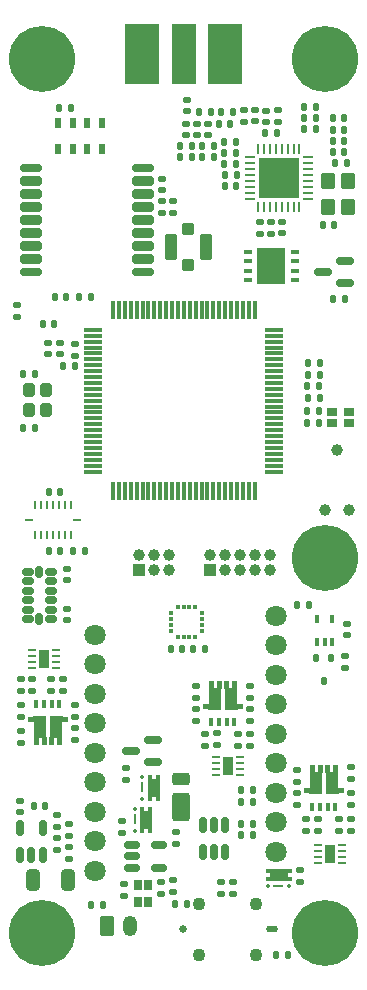
<source format=gbr>
%TF.GenerationSoftware,KiCad,Pcbnew,9.0.1*%
%TF.CreationDate,2025-10-28T21:34:47-04:00*%
%TF.ProjectId,OshTelemega,4f736854-656c-4656-9d65-67612e6b6963,rev?*%
%TF.SameCoordinates,Original*%
%TF.FileFunction,Soldermask,Bot*%
%TF.FilePolarity,Negative*%
%FSLAX46Y46*%
G04 Gerber Fmt 4.6, Leading zero omitted, Abs format (unit mm)*
G04 Created by KiCad (PCBNEW 9.0.1) date 2025-10-28 21:34:47*
%MOMM*%
%LPD*%
G01*
G04 APERTURE LIST*
G04 Aperture macros list*
%AMRoundRect*
0 Rectangle with rounded corners*
0 $1 Rounding radius*
0 $2 $3 $4 $5 $6 $7 $8 $9 X,Y pos of 4 corners*
0 Add a 4 corners polygon primitive as box body*
4,1,4,$2,$3,$4,$5,$6,$7,$8,$9,$2,$3,0*
0 Add four circle primitives for the rounded corners*
1,1,$1+$1,$2,$3*
1,1,$1+$1,$4,$5*
1,1,$1+$1,$6,$7*
1,1,$1+$1,$8,$9*
0 Add four rect primitives between the rounded corners*
20,1,$1+$1,$2,$3,$4,$5,0*
20,1,$1+$1,$4,$5,$6,$7,0*
20,1,$1+$1,$6,$7,$8,$9,0*
20,1,$1+$1,$8,$9,$2,$3,0*%
%AMFreePoly0*
4,1,15,1.100000,0.175000,0.750000,0.175000,0.750000,-0.175000,1.100000,-0.175000,1.100000,-0.475000,0.750000,-0.475000,-0.750000,-0.475000,-1.100000,-0.475000,-1.100000,-0.175000,-0.750000,-0.175000,-0.750000,0.175000,-1.100000,0.175000,-1.100000,0.475000,1.100000,0.475000,1.100000,0.175000,1.100000,0.175000,$1*%
%AMFreePoly1*
4,1,17,1.515000,0.170000,0.915000,0.170000,0.915000,-0.080000,1.515000,-0.080000,1.515000,-0.480000,0.915000,-0.480000,0.915000,-0.505000,-0.395000,-0.505000,-0.395000,-1.005000,-0.825000,-1.005000,-0.825000,-0.625000,-0.915000,-0.625000,-0.915000,0.505000,0.815000,0.505000,0.815000,0.570000,1.515000,0.570000,1.515000,0.170000,1.515000,0.170000,$1*%
%AMFreePoly2*
4,1,17,-0.395000,0.505000,0.915000,0.505000,0.915000,0.480000,1.515000,0.480000,1.515000,0.080000,0.915000,0.080000,0.915000,-0.170000,1.515000,-0.170000,1.515000,-0.570000,0.815000,-0.570000,0.815000,-0.505000,-0.915000,-0.505000,-0.915000,0.625000,-0.825000,0.625000,-0.825000,1.005000,-0.395000,1.005000,-0.395000,0.505000,-0.395000,0.505000,$1*%
G04 Aperture macros list end*
%ADD10C,1.800000*%
%ADD11C,5.600000*%
%ADD12RoundRect,0.250000X-0.350000X-0.625000X0.350000X-0.625000X0.350000X0.625000X-0.350000X0.625000X0*%
%ADD13O,1.200000X1.750000*%
%ADD14C,0.660000*%
%ADD15O,1.000000X0.580000*%
%ADD16C,1.100000*%
%ADD17R,1.000000X1.000000*%
%ADD18C,1.000000*%
%ADD19C,0.990600*%
%ADD20RoundRect,0.135000X0.185000X-0.135000X0.185000X0.135000X-0.185000X0.135000X-0.185000X-0.135000X0*%
%ADD21RoundRect,0.150000X0.587500X0.150000X-0.587500X0.150000X-0.587500X-0.150000X0.587500X-0.150000X0*%
%ADD22RoundRect,0.140000X-0.170000X0.140000X-0.170000X-0.140000X0.170000X-0.140000X0.170000X0.140000X0*%
%ADD23RoundRect,0.135000X-0.135000X-0.185000X0.135000X-0.185000X0.135000X0.185000X-0.135000X0.185000X0*%
%ADD24RoundRect,0.135000X0.135000X0.185000X-0.135000X0.185000X-0.135000X-0.185000X0.135000X-0.185000X0*%
%ADD25RoundRect,0.140000X-0.140000X-0.170000X0.140000X-0.170000X0.140000X0.170000X-0.140000X0.170000X0*%
%ADD26RoundRect,0.135000X-0.185000X0.135000X-0.185000X-0.135000X0.185000X-0.135000X0.185000X0.135000X0*%
%ADD27RoundRect,0.250000X-0.500000X0.950000X-0.500000X-0.950000X0.500000X-0.950000X0.500000X0.950000X0*%
%ADD28RoundRect,0.250000X-0.500000X0.275000X-0.500000X-0.275000X0.500000X-0.275000X0.500000X0.275000X0*%
%ADD29RoundRect,0.147500X-0.172500X0.147500X-0.172500X-0.147500X0.172500X-0.147500X0.172500X0.147500X0*%
%ADD30RoundRect,0.112500X-0.112500X-0.237500X0.112500X-0.237500X0.112500X0.237500X-0.112500X0.237500X0*%
%ADD31RoundRect,0.140000X0.140000X0.170000X-0.140000X0.170000X-0.140000X-0.170000X0.140000X-0.170000X0*%
%ADD32R,2.000000X5.140000*%
%ADD33R,3.000000X5.140000*%
%ADD34RoundRect,0.140000X0.170000X-0.140000X0.170000X0.140000X-0.170000X0.140000X-0.170000X-0.140000X0*%
%ADD35RoundRect,0.147500X0.147500X0.172500X-0.147500X0.172500X-0.147500X-0.172500X0.147500X-0.172500X0*%
%ADD36R,0.550000X0.950000*%
%ADD37RoundRect,0.100000X0.100000X-0.225000X0.100000X0.225000X-0.100000X0.225000X-0.100000X-0.225000X0*%
%ADD38RoundRect,0.062500X0.062500X-0.375000X0.062500X0.375000X-0.062500X0.375000X-0.062500X-0.375000X0*%
%ADD39RoundRect,0.062500X0.375000X-0.062500X0.375000X0.062500X-0.375000X0.062500X-0.375000X-0.062500X0*%
%ADD40R,3.450000X3.450000*%
%ADD41RoundRect,0.150000X-0.512500X-0.150000X0.512500X-0.150000X0.512500X0.150000X-0.512500X0.150000X0*%
%ADD42RoundRect,0.147500X0.172500X-0.147500X0.172500X0.147500X-0.172500X0.147500X-0.172500X-0.147500X0*%
%ADD43FreePoly0,90.000000*%
%ADD44RoundRect,0.075000X0.075000X-0.100000X0.075000X0.100000X-0.075000X0.100000X-0.075000X-0.100000X0*%
%ADD45RoundRect,0.058750X0.058750X-0.376250X0.058750X0.376250X-0.058750X0.376250X-0.058750X-0.376250X0*%
%ADD46RoundRect,0.250000X0.250000X-0.325000X0.250000X0.325000X-0.250000X0.325000X-0.250000X-0.325000X0*%
%ADD47RoundRect,0.062500X-0.300000X-0.062500X0.300000X-0.062500X0.300000X0.062500X-0.300000X0.062500X0*%
%ADD48R,0.900000X1.600000*%
%ADD49RoundRect,0.150000X0.150000X-0.512500X0.150000X0.512500X-0.150000X0.512500X-0.150000X-0.512500X0*%
%ADD50RoundRect,0.250000X-0.350000X0.450000X-0.350000X-0.450000X0.350000X-0.450000X0.350000X0.450000X0*%
%ADD51R,0.350000X0.760000*%
%ADD52FreePoly1,90.000000*%
%ADD53FreePoly2,90.000000*%
%ADD54RoundRect,0.075000X-0.725000X-0.075000X0.725000X-0.075000X0.725000X0.075000X-0.725000X0.075000X0*%
%ADD55RoundRect,0.075000X-0.075000X-0.725000X0.075000X-0.725000X0.075000X0.725000X-0.075000X0.725000X0*%
%ADD56RoundRect,0.062500X0.062500X0.275000X-0.062500X0.275000X-0.062500X-0.275000X0.062500X-0.275000X0*%
%ADD57RoundRect,0.062500X0.275000X0.062500X-0.275000X0.062500X-0.275000X-0.062500X0.275000X-0.062500X0*%
%ADD58RoundRect,0.250000X-0.325000X-0.650000X0.325000X-0.650000X0.325000X0.650000X-0.325000X0.650000X0*%
%ADD59FreePoly0,180.000000*%
%ADD60RoundRect,0.075000X0.100000X0.075000X-0.100000X0.075000X-0.100000X-0.075000X0.100000X-0.075000X0*%
%ADD61RoundRect,0.058750X0.376250X0.058750X-0.376250X0.058750X-0.376250X-0.058750X0.376250X-0.058750X0*%
%ADD62RoundRect,0.062500X0.300000X0.062500X-0.300000X0.062500X-0.300000X-0.062500X0.300000X-0.062500X0*%
%ADD63RoundRect,0.175000X-0.725000X-0.175000X0.725000X-0.175000X0.725000X0.175000X-0.725000X0.175000X0*%
%ADD64RoundRect,0.200000X-0.700000X-0.200000X0.700000X-0.200000X0.700000X0.200000X-0.700000X0.200000X0*%
%ADD65R,0.300000X0.450000*%
%ADD66R,0.450000X0.300000*%
%ADD67RoundRect,0.150000X0.325000X0.150000X-0.325000X0.150000X-0.325000X-0.150000X0.325000X-0.150000X0*%
%ADD68RoundRect,0.150000X0.150000X0.325000X-0.150000X0.325000X-0.150000X-0.325000X0.150000X-0.325000X0*%
%ADD69R,0.850000X0.650000*%
%ADD70R,0.650000X0.850000*%
%ADD71R,0.762000X0.304800*%
%ADD72R,2.387600X3.098800*%
%ADD73FreePoly1,270.000000*%
%ADD74FreePoly2,270.000000*%
%ADD75RoundRect,0.100000X0.400000X0.400000X-0.400000X0.400000X-0.400000X-0.400000X0.400000X-0.400000X0*%
%ADD76RoundRect,0.105000X0.420000X0.995000X-0.420000X0.995000X-0.420000X-0.995000X0.420000X-0.995000X0*%
G04 APERTURE END LIST*
D10*
%TO.C,J6*%
X42800000Y-90099998D03*
X42800000Y-87599998D03*
X42800000Y-85099998D03*
X42800000Y-82599997D03*
X42800000Y-80099997D03*
X42800000Y-77599997D03*
X42800000Y-75100000D03*
X42800000Y-72600000D03*
X42800000Y-70100000D03*
%TD*%
D11*
%TO.C,H2*%
X23000000Y-97000000D03*
%TD*%
D12*
%TO.C,J8*%
X28500000Y-96350000D03*
D13*
X30500000Y-96350000D03*
%TD*%
D14*
%TO.C,J4*%
X34950000Y-96650000D03*
D15*
X42450000Y-96650000D03*
D16*
X36300000Y-94500000D03*
X36300000Y-98800000D03*
X41100000Y-94500000D03*
X41100000Y-98800000D03*
%TD*%
D11*
%TO.C,H3*%
X47000000Y-97000000D03*
%TD*%
%TO.C,H4*%
X47000000Y-23000000D03*
%TD*%
%TO.C,H5*%
X47000000Y-65200000D03*
%TD*%
D17*
%TO.C,J9*%
X37240000Y-66200000D03*
D18*
X37240000Y-64929999D03*
X38510001Y-66200000D03*
X38510000Y-64930000D03*
X39780000Y-66200000D03*
X39780000Y-64930000D03*
X41050000Y-66200000D03*
X41050000Y-64930000D03*
X42319999Y-66200000D03*
X42320000Y-64930000D03*
%TD*%
D17*
%TO.C,J10*%
X31210000Y-66200000D03*
D18*
X31210000Y-64929999D03*
X32480001Y-66200000D03*
X32480000Y-64930000D03*
X33750000Y-66200000D03*
X33750000Y-64930000D03*
%TD*%
D19*
%TO.C,J1*%
X47984000Y-56060000D03*
X49000000Y-61140000D03*
X46968000Y-61140000D03*
%TD*%
D10*
%TO.C,J7*%
X27499999Y-71700000D03*
X27499999Y-74200000D03*
X27499999Y-76700000D03*
X27499999Y-79200001D03*
X27499999Y-81700001D03*
X27499999Y-84200001D03*
X27499999Y-86699998D03*
X27499999Y-89199998D03*
X27499999Y-91699998D03*
%TD*%
D11*
%TO.C,H1*%
X23000000Y-23000000D03*
%TD*%
D20*
%TO.C,R9*%
X39200000Y-93709999D03*
X39200000Y-92690001D03*
%TD*%
D21*
%TO.C,Q2*%
X32400000Y-80600000D03*
X32400000Y-82500000D03*
X30524999Y-81550000D03*
%TD*%
D20*
%TO.C,R15*%
X44600000Y-86120000D03*
X44600000Y-85100000D03*
%TD*%
%TO.C,R31*%
X25800000Y-80619998D03*
X25800000Y-79600000D03*
%TD*%
D22*
%TO.C,C39*%
X40117623Y-27310357D03*
X40117623Y-28270357D03*
%TD*%
D23*
%TO.C,R51*%
X44630002Y-69200000D03*
X45650000Y-69200000D03*
%TD*%
D20*
%TO.C,R22*%
X36850000Y-81099999D03*
X36850000Y-80080001D03*
%TD*%
D24*
%TO.C,R47*%
X40910000Y-84900000D03*
X39890000Y-84900000D03*
%TD*%
D25*
%TO.C,C40*%
X38446616Y-29971287D03*
X39406616Y-29971287D03*
%TD*%
D20*
%TO.C,R54*%
X33200000Y-36000000D03*
X33200000Y-34980002D03*
%TD*%
D26*
%TO.C,R52*%
X48650000Y-73490001D03*
X48650000Y-74509999D03*
%TD*%
D23*
%TO.C,R7*%
X45500000Y-51700000D03*
X46519998Y-51700000D03*
%TD*%
D27*
%TO.C,D1*%
X34800000Y-86275000D03*
D28*
X34800000Y-83900000D03*
%TD*%
D25*
%TO.C,C24*%
X22344999Y-86200000D03*
X23304999Y-86200000D03*
%TD*%
D26*
%TO.C,R55*%
X44900000Y-91600000D03*
X44900000Y-92619998D03*
%TD*%
D29*
%TO.C,FB2*%
X33200000Y-33115000D03*
X33200000Y-34085000D03*
%TD*%
D30*
%TO.C,D2*%
X46200000Y-73650000D03*
X47500000Y-73650000D03*
X46850000Y-75650000D03*
%TD*%
D25*
%TO.C,C16*%
X23590000Y-59600000D03*
X24550000Y-59600000D03*
%TD*%
%TO.C,C26*%
X47846477Y-31788664D03*
X48806477Y-31788664D03*
%TD*%
D26*
%TO.C,R36*%
X21200000Y-77690001D03*
X21200000Y-78709999D03*
%TD*%
%TO.C,R43*%
X24324999Y-86990000D03*
X24324999Y-88010000D03*
%TD*%
D31*
%TO.C,C18*%
X36800000Y-72925000D03*
X35840000Y-72925000D03*
%TD*%
D20*
%TO.C,R29*%
X23800000Y-76509999D03*
X23800000Y-75490001D03*
%TD*%
D32*
%TO.C,J3*%
X35000000Y-22530000D03*
D33*
X31500000Y-22530000D03*
X38500000Y-22530000D03*
%TD*%
D34*
%TO.C,C37*%
X42000000Y-28300000D03*
X42000000Y-27340000D03*
%TD*%
D26*
%TO.C,R32*%
X25800000Y-77690002D03*
X25800000Y-78710000D03*
%TD*%
D23*
%TO.C,R44*%
X39890000Y-88700000D03*
X40910000Y-88700000D03*
%TD*%
%TO.C,R8*%
X45490001Y-50700000D03*
X46509999Y-50700000D03*
%TD*%
D22*
%TO.C,C20*%
X34400000Y-88440000D03*
X34400000Y-89400000D03*
%TD*%
D25*
%TO.C,C10*%
X47670000Y-43250000D03*
X48630000Y-43250000D03*
%TD*%
D34*
%TO.C,C8*%
X25100000Y-67080000D03*
X25100000Y-66120000D03*
%TD*%
D35*
%TO.C,L1*%
X42900000Y-29200000D03*
X41930000Y-29200000D03*
%TD*%
D31*
%TO.C,C34*%
X48576887Y-30866862D03*
X47616887Y-30866862D03*
%TD*%
D36*
%TO.C,U4*%
X24350000Y-28400000D03*
X25600000Y-28400000D03*
X26850000Y-28400000D03*
X28100000Y-28400000D03*
X28100000Y-30550000D03*
X26850000Y-30550000D03*
X25600000Y-30550000D03*
X24350000Y-30550000D03*
%TD*%
D23*
%TO.C,R48*%
X36550000Y-30360000D03*
X37570000Y-30360000D03*
%TD*%
D26*
%TO.C,R49*%
X29775000Y-87507503D03*
X29775000Y-88527501D03*
%TD*%
D25*
%TO.C,C35*%
X34726989Y-31288960D03*
X35686989Y-31288960D03*
%TD*%
D37*
%TO.C,U21*%
X47600000Y-72300000D03*
X46950000Y-72299999D03*
X46300000Y-72300000D03*
X46300000Y-70400000D03*
X47600000Y-70400000D03*
%TD*%
D22*
%TO.C,C22*%
X21114999Y-85773750D03*
X21114999Y-86733750D03*
%TD*%
D38*
%TO.C,U8*%
X44812500Y-35475000D03*
X44312500Y-35475000D03*
X43812500Y-35475000D03*
X43312500Y-35475000D03*
X42812500Y-35475000D03*
X42312500Y-35475000D03*
X41812500Y-35475000D03*
X41312500Y-35475000D03*
D39*
X40625000Y-34787500D03*
X40625000Y-34287500D03*
X40625000Y-33787500D03*
X40625000Y-33287500D03*
X40625000Y-32787500D03*
X40625000Y-32287500D03*
X40625000Y-31787500D03*
X40625000Y-31287500D03*
D38*
X41312500Y-30600000D03*
X41812500Y-30600000D03*
X42312500Y-30600000D03*
X42812500Y-30600000D03*
X43312500Y-30600000D03*
X43812500Y-30600000D03*
X44312500Y-30600000D03*
X44812500Y-30600000D03*
D39*
X45500000Y-31287500D03*
X45500000Y-31787500D03*
X45500000Y-32287500D03*
X45500000Y-32787500D03*
X45500000Y-33287500D03*
X45500000Y-33787500D03*
X45500000Y-34287500D03*
X45500000Y-34787500D03*
D40*
X43062500Y-33037500D03*
%TD*%
D41*
%TO.C,U17*%
X30654999Y-91429999D03*
X30654999Y-90480000D03*
X30654999Y-89530001D03*
X32929999Y-89530001D03*
X32929999Y-91429999D03*
%TD*%
D26*
%TO.C,R23*%
X36050000Y-76080002D03*
X36050000Y-77100000D03*
%TD*%
D20*
%TO.C,R24*%
X36050000Y-79009998D03*
X36050000Y-77990000D03*
%TD*%
D26*
%TO.C,R11*%
X20900000Y-43790000D03*
X20900000Y-44810000D03*
%TD*%
D42*
%TO.C,FB1*%
X25800000Y-48085000D03*
X25800000Y-47115000D03*
%TD*%
D43*
%TO.C,Q3*%
X32475000Y-84675000D03*
D44*
X31500000Y-85600000D03*
D45*
X31500000Y-84635000D03*
D44*
X31500000Y-83750000D03*
%TD*%
D31*
%TO.C,C33*%
X46199525Y-27040563D03*
X45239525Y-27040563D03*
%TD*%
D26*
%TO.C,R40*%
X25324999Y-89690000D03*
X25324999Y-90710000D03*
%TD*%
D35*
%TO.C,L5*%
X39170000Y-27500000D03*
X38200000Y-27500000D03*
%TD*%
D26*
%TO.C,R42*%
X24324999Y-88890000D03*
X24324999Y-89910000D03*
%TD*%
D25*
%TO.C,C5*%
X21440000Y-49600000D03*
X22400000Y-49600000D03*
%TD*%
D23*
%TO.C,R6*%
X45500000Y-49699999D03*
X46519998Y-49699999D03*
%TD*%
D20*
%TO.C,R38*%
X29925000Y-93874998D03*
X29925000Y-92855000D03*
%TD*%
D46*
%TO.C,X2*%
X21920000Y-52725000D03*
X21920000Y-50975000D03*
X23320000Y-50975000D03*
X23320000Y-52725000D03*
%TD*%
D47*
%TO.C,U15*%
X22187499Y-74550000D03*
X22187500Y-74050000D03*
X22187500Y-73550000D03*
X22187499Y-73050000D03*
X24212501Y-73050000D03*
X24212500Y-73550000D03*
X24212500Y-74050000D03*
X24212501Y-74550000D03*
D48*
X23200000Y-73800000D03*
%TD*%
D26*
%TO.C,R19*%
X49200000Y-87289999D03*
X49200000Y-88309999D03*
%TD*%
D20*
%TO.C,R10*%
X38200000Y-93700000D03*
X38200000Y-92680002D03*
%TD*%
D35*
%TO.C,L7*%
X37285000Y-27500000D03*
X36315000Y-27500000D03*
%TD*%
D20*
%TO.C,R17*%
X45400000Y-88319999D03*
X45400000Y-87299999D03*
%TD*%
%TO.C,R39*%
X34100000Y-93509999D03*
X34100000Y-92490001D03*
%TD*%
D31*
%TO.C,C6*%
X22400000Y-54200000D03*
X21440000Y-54200000D03*
%TD*%
D20*
%TO.C,R26*%
X39600000Y-81100000D03*
X39600000Y-80080002D03*
%TD*%
D26*
%TO.C,R34*%
X22200000Y-75490001D03*
X22200000Y-76509999D03*
%TD*%
D49*
%TO.C,U18*%
X23064999Y-90382499D03*
X22114999Y-90382499D03*
X21164999Y-90382499D03*
X21164999Y-88107499D03*
X23064999Y-88107499D03*
%TD*%
D31*
%TO.C,C27*%
X46199429Y-28933495D03*
X45239429Y-28933495D03*
%TD*%
D42*
%TO.C,L6*%
X37073792Y-29435841D03*
X37073792Y-28465841D03*
%TD*%
D22*
%TO.C,C7*%
X25100000Y-69520000D03*
X25100000Y-70480000D03*
%TD*%
D50*
%TO.C,Y1*%
X48926477Y-33288663D03*
X48926477Y-35488663D03*
X47226477Y-35488663D03*
X47226477Y-33288663D03*
%TD*%
D23*
%TO.C,R12*%
X38490000Y-32800000D03*
X39510000Y-32800000D03*
%TD*%
D22*
%TO.C,C41*%
X36135334Y-28450958D03*
X36135334Y-29410958D03*
%TD*%
D31*
%TO.C,C9*%
X25430000Y-27150000D03*
X24470000Y-27150000D03*
%TD*%
D51*
%TO.C,U22*%
X39300000Y-79100000D03*
X38650000Y-79100000D03*
X38000000Y-79100000D03*
X37350000Y-79100000D03*
D52*
X39020000Y-77135000D03*
D53*
X37630000Y-77135000D03*
%TD*%
D20*
%TO.C,R37*%
X33100000Y-93659998D03*
X33100000Y-92640000D03*
%TD*%
D31*
%TO.C,C11*%
X46200000Y-28000000D03*
X45240000Y-28000000D03*
%TD*%
D23*
%TO.C,R56*%
X26120000Y-43100000D03*
X27140000Y-43100000D03*
%TD*%
D34*
%TO.C,C12*%
X43304615Y-37710439D03*
X43304615Y-36750439D03*
%TD*%
D54*
%TO.C,U1*%
X27350000Y-57900000D03*
X27350000Y-57400000D03*
X27350000Y-56900000D03*
X27350000Y-56400000D03*
X27350000Y-55900000D03*
X27350000Y-55400000D03*
X27350000Y-54900000D03*
X27350000Y-54400000D03*
X27350000Y-53900000D03*
X27350000Y-53400000D03*
X27350000Y-52900000D03*
X27350000Y-52400000D03*
X27350000Y-51900000D03*
X27350000Y-51400000D03*
X27350000Y-50900000D03*
X27350000Y-50400000D03*
X27350000Y-49900000D03*
X27350000Y-49400000D03*
X27350000Y-48900000D03*
X27350000Y-48400000D03*
X27350000Y-47900000D03*
X27350000Y-47400000D03*
X27350000Y-46900000D03*
X27350000Y-46400000D03*
X27350000Y-45900000D03*
D55*
X29025000Y-44225000D03*
X29525000Y-44225000D03*
X30025000Y-44225000D03*
X30525000Y-44225000D03*
X31025000Y-44225000D03*
X31525000Y-44225000D03*
X32025000Y-44225000D03*
X32525000Y-44225000D03*
X33025000Y-44225000D03*
X33525000Y-44225000D03*
X34025000Y-44225000D03*
X34525000Y-44225000D03*
X35025000Y-44225000D03*
X35525000Y-44225000D03*
X36025000Y-44225000D03*
X36525000Y-44225000D03*
X37025000Y-44225000D03*
X37525000Y-44225000D03*
X38025000Y-44225000D03*
X38525000Y-44225000D03*
X39025000Y-44225000D03*
X39525000Y-44225000D03*
X40025000Y-44225000D03*
X40525000Y-44225000D03*
X41025000Y-44225000D03*
D54*
X42700000Y-45900000D03*
X42700000Y-46400000D03*
X42700000Y-46900000D03*
X42700000Y-47400000D03*
X42700000Y-47900000D03*
X42700000Y-48400000D03*
X42700000Y-48900000D03*
X42700000Y-49400000D03*
X42700000Y-49900000D03*
X42700000Y-50400000D03*
X42700000Y-50900000D03*
X42700000Y-51400000D03*
X42700000Y-51900000D03*
X42700000Y-52400000D03*
X42700000Y-52900000D03*
X42700000Y-53400000D03*
X42700000Y-53900000D03*
X42700000Y-54400000D03*
X42700000Y-54900000D03*
X42700000Y-55400000D03*
X42700000Y-55900000D03*
X42700000Y-56400000D03*
X42700000Y-56900000D03*
X42700000Y-57400000D03*
X42700000Y-57900000D03*
D55*
X41025000Y-59575000D03*
X40525000Y-59575000D03*
X40025000Y-59575000D03*
X39525000Y-59575000D03*
X39025000Y-59575000D03*
X38525000Y-59575000D03*
X38025000Y-59575000D03*
X37525000Y-59575000D03*
X37025000Y-59575000D03*
X36525000Y-59575000D03*
X36025000Y-59575000D03*
X35525000Y-59575000D03*
X35025000Y-59575000D03*
X34525000Y-59575000D03*
X34025000Y-59575000D03*
X33525000Y-59575000D03*
X33025000Y-59575000D03*
X32525000Y-59575000D03*
X32025000Y-59575000D03*
X31525000Y-59575000D03*
X31025000Y-59575000D03*
X30525000Y-59575000D03*
X30025000Y-59575000D03*
X29525000Y-59575000D03*
X29025000Y-59575000D03*
%TD*%
D25*
%TO.C,C29*%
X38450000Y-31830000D03*
X39410000Y-31830000D03*
%TD*%
D21*
%TO.C,U6*%
X48700000Y-40050000D03*
X48700000Y-41950000D03*
X46824999Y-41000000D03*
%TD*%
D25*
%TO.C,C21*%
X27190000Y-94600000D03*
X28150000Y-94600000D03*
%TD*%
D23*
%TO.C,R4*%
X45490001Y-53800000D03*
X46509999Y-53800000D03*
%TD*%
D56*
%TO.C,U9*%
X25437501Y-60737500D03*
X24937501Y-60737500D03*
X24437501Y-60737500D03*
X23937501Y-60737500D03*
X23437501Y-60737500D03*
X22937501Y-60737500D03*
X22437501Y-60737500D03*
D57*
X21925002Y-62000000D03*
D56*
X22437501Y-63262500D03*
X22937501Y-63262500D03*
X23437501Y-63262500D03*
X23937501Y-63262500D03*
X24437501Y-63262500D03*
X24937501Y-63262500D03*
X25437501Y-63262500D03*
D57*
X25950000Y-62000000D03*
%TD*%
D29*
%TO.C,L4*%
X41059656Y-27279423D03*
X41059656Y-28249423D03*
%TD*%
D22*
%TO.C,C2*%
X24500000Y-47020000D03*
X24500000Y-47980000D03*
%TD*%
D42*
%TO.C,L8*%
X35300000Y-27400000D03*
X35300000Y-26430000D03*
%TD*%
D20*
%TO.C,R33*%
X21200000Y-76509999D03*
X21200000Y-75490001D03*
%TD*%
D58*
%TO.C,C23*%
X22249999Y-92500000D03*
X25199999Y-92500000D03*
%TD*%
D22*
%TO.C,C1*%
X23500000Y-47020000D03*
X23500000Y-47980000D03*
%TD*%
D59*
%TO.C,Q4*%
X43040000Y-92050000D03*
D60*
X43965000Y-93025000D03*
D61*
X43000000Y-93025000D03*
D60*
X42115000Y-93025000D03*
%TD*%
D31*
%TO.C,C14*%
X48580000Y-28000000D03*
X47620000Y-28000000D03*
%TD*%
D35*
%TO.C,L2*%
X39400000Y-30897500D03*
X38430000Y-30897500D03*
%TD*%
D26*
%TO.C,R27*%
X40650001Y-76090001D03*
X40650001Y-77109999D03*
%TD*%
D62*
%TO.C,U13*%
X39787501Y-82100000D03*
X39787500Y-82600000D03*
X39787500Y-83100000D03*
X39787501Y-83600000D03*
X37762499Y-83600000D03*
X37762500Y-83100000D03*
X37762500Y-82600000D03*
X37762499Y-82100000D03*
D48*
X38775000Y-82850000D03*
%TD*%
D20*
%TO.C,R16*%
X49200000Y-86110000D03*
X49200000Y-85090000D03*
%TD*%
D63*
%TO.C,U5*%
X22050000Y-41000000D03*
D64*
X22050000Y-39900000D03*
X22050000Y-38800000D03*
X22050000Y-37700000D03*
X22050000Y-36600000D03*
X22050000Y-35500000D03*
X22050000Y-34400000D03*
X22050000Y-33300000D03*
D63*
X22050000Y-32200000D03*
X31550000Y-32200000D03*
D64*
X31550000Y-33300000D03*
X31550000Y-34400000D03*
X31550000Y-35500000D03*
X31550000Y-36600000D03*
X31550000Y-37700000D03*
X31550000Y-38800000D03*
X31550000Y-39900000D03*
D63*
X31550000Y-41000000D03*
%TD*%
D31*
%TO.C,C4*%
X24060000Y-45400000D03*
X23100000Y-45400000D03*
%TD*%
D20*
%TO.C,R28*%
X40650000Y-79009998D03*
X40650000Y-77990000D03*
%TD*%
D22*
%TO.C,C43*%
X34128426Y-35032033D03*
X34128426Y-35992033D03*
%TD*%
D20*
%TO.C,R20*%
X48200000Y-88310000D03*
X48200000Y-87290000D03*
%TD*%
D22*
%TO.C,C42*%
X35217736Y-28446743D03*
X35217736Y-29406743D03*
%TD*%
D43*
%TO.C,Q1*%
X31850000Y-87392503D03*
D44*
X30875000Y-88317503D03*
D45*
X30875000Y-87352503D03*
D44*
X30875000Y-86467503D03*
%TD*%
D62*
%TO.C,U12*%
X48412500Y-89550000D03*
X48412500Y-90050000D03*
X48412500Y-90550000D03*
X48412500Y-91050000D03*
X46387500Y-91050000D03*
X46387500Y-90550000D03*
X46387500Y-90050000D03*
X46387500Y-89550000D03*
D48*
X47400000Y-90300000D03*
%TD*%
D65*
%TO.C,U10*%
X34500000Y-69375000D03*
X35000000Y-69375000D03*
X35500000Y-69375000D03*
X36000000Y-69375000D03*
D66*
X36525000Y-69900000D03*
X36525000Y-70400000D03*
X36525000Y-70900000D03*
X36525000Y-71400000D03*
D65*
X36000000Y-71925000D03*
X35500000Y-71925000D03*
X35000000Y-71925000D03*
X34500000Y-71925000D03*
D66*
X33975000Y-71400000D03*
X33975000Y-70900000D03*
X33975000Y-70400000D03*
X33975000Y-69900000D03*
%TD*%
D67*
%TO.C,U3*%
X23800000Y-66400000D03*
X23800000Y-67200000D03*
X23800000Y-68000000D03*
X23800000Y-68800000D03*
X23800000Y-69600000D03*
X23800000Y-70400000D03*
D68*
X22800000Y-70400001D03*
D67*
X21800000Y-70400000D03*
X21800000Y-69600000D03*
X21800000Y-68800000D03*
X21800000Y-68000000D03*
X21800000Y-67200000D03*
X21800000Y-66400000D03*
D68*
X22800000Y-66399999D03*
%TD*%
D31*
%TO.C,C30*%
X48577040Y-29902436D03*
X47617040Y-29902436D03*
%TD*%
D24*
%TO.C,R45*%
X40910000Y-87700000D03*
X39890000Y-87700000D03*
%TD*%
D25*
%TO.C,C28*%
X38487290Y-33752686D03*
X39447290Y-33752686D03*
%TD*%
D69*
%TO.C,D3*%
X47600000Y-52900000D03*
X47600000Y-53750000D03*
X49050000Y-52900000D03*
X49050000Y-53750000D03*
%TD*%
D26*
%TO.C,R53*%
X30100000Y-82990001D03*
X30100000Y-84009999D03*
%TD*%
D20*
%TO.C,R35*%
X21200000Y-80900000D03*
X21200000Y-79880002D03*
%TD*%
D70*
%TO.C,D4*%
X31125000Y-94365000D03*
X31975000Y-94365000D03*
X31125000Y-92915000D03*
X31975000Y-92915000D03*
%TD*%
D71*
%TO.C,U19*%
X44400000Y-39299900D03*
X44400000Y-40100000D03*
X44400000Y-40900100D03*
X44400000Y-41700200D03*
X40463000Y-41700200D03*
X40463000Y-40900100D03*
X40463000Y-40100000D03*
X40463000Y-39299900D03*
D72*
X42431500Y-40500050D03*
%TD*%
D49*
%TO.C,U2*%
X38550000Y-90137500D03*
X37600000Y-90137500D03*
X36650000Y-90137500D03*
X36650000Y-87862500D03*
X37600000Y-87862500D03*
X38550000Y-87862500D03*
%TD*%
D26*
%TO.C,R30*%
X24800000Y-75490001D03*
X24800000Y-76509999D03*
%TD*%
D24*
%TO.C,R50*%
X26659999Y-64650000D03*
X25640001Y-64650000D03*
%TD*%
D31*
%TO.C,C38*%
X38941596Y-28485589D03*
X37981596Y-28485589D03*
%TD*%
D26*
%TO.C,R14*%
X49200000Y-82900000D03*
X49200000Y-83920000D03*
%TD*%
D23*
%TO.C,R5*%
X45500000Y-48700000D03*
X46519998Y-48700000D03*
%TD*%
D42*
%TO.C,L3*%
X42964656Y-28280824D03*
X42964656Y-27310824D03*
%TD*%
D31*
%TO.C,C25*%
X47726477Y-36988664D03*
X46766477Y-36988664D03*
%TD*%
D34*
%TO.C,C15*%
X42373826Y-37759447D03*
X42373826Y-36799447D03*
%TD*%
D26*
%TO.C,R13*%
X44600000Y-83190000D03*
X44600000Y-84210000D03*
%TD*%
D51*
%TO.C,U20*%
X47851714Y-86275698D03*
X47201714Y-86275698D03*
X46551714Y-86275698D03*
X45901714Y-86275698D03*
D52*
X47571714Y-84310698D03*
D53*
X46181714Y-84310698D03*
%TD*%
D51*
%TO.C,U23*%
X22530058Y-77601217D03*
X23180058Y-77601217D03*
X23830058Y-77601217D03*
X24480058Y-77601217D03*
D73*
X22810058Y-79566217D03*
D74*
X24200058Y-79566217D03*
%TD*%
D26*
%TO.C,R21*%
X37850000Y-80070002D03*
X37850000Y-81090000D03*
%TD*%
D25*
%TO.C,C31*%
X36600000Y-31300000D03*
X37560000Y-31300000D03*
%TD*%
D23*
%TO.C,R46*%
X39890000Y-85900000D03*
X40910000Y-85900000D03*
%TD*%
D26*
%TO.C,R25*%
X40600000Y-80080001D03*
X40600000Y-81099999D03*
%TD*%
D25*
%TO.C,C3*%
X24820000Y-49000000D03*
X25780000Y-49000000D03*
%TD*%
D34*
%TO.C,C44*%
X48850000Y-71730000D03*
X48850000Y-70770000D03*
%TD*%
D23*
%TO.C,R2*%
X42790001Y-98800000D03*
X43809999Y-98800000D03*
%TD*%
D31*
%TO.C,C32*%
X48573003Y-28957780D03*
X47613003Y-28957780D03*
%TD*%
D75*
%TO.C,J5*%
X35400000Y-37400000D03*
D76*
X33924999Y-38900000D03*
D75*
X35400000Y-40400000D03*
D76*
X36875001Y-38900000D03*
%TD*%
D25*
%TO.C,C36*%
X34728267Y-30348244D03*
X35688267Y-30348244D03*
%TD*%
D23*
%TO.C,R3*%
X45490001Y-52799999D03*
X46509999Y-52799999D03*
%TD*%
D34*
%TO.C,C13*%
X41433591Y-37770380D03*
X41433591Y-36810380D03*
%TD*%
D26*
%TO.C,R41*%
X25324999Y-87780001D03*
X25324999Y-88800001D03*
%TD*%
D31*
%TO.C,C19*%
X34900000Y-72909000D03*
X33940000Y-72909000D03*
%TD*%
D24*
%TO.C,R1*%
X35300000Y-94500000D03*
X34280002Y-94500000D03*
%TD*%
D31*
%TO.C,C17*%
X24550000Y-64600000D03*
X23590000Y-64600000D03*
%TD*%
D35*
%TO.C,D6*%
X25085000Y-43100000D03*
X24115000Y-43100000D03*
%TD*%
D26*
%TO.C,R18*%
X46400000Y-87290000D03*
X46400000Y-88310000D03*
%TD*%
M02*

</source>
